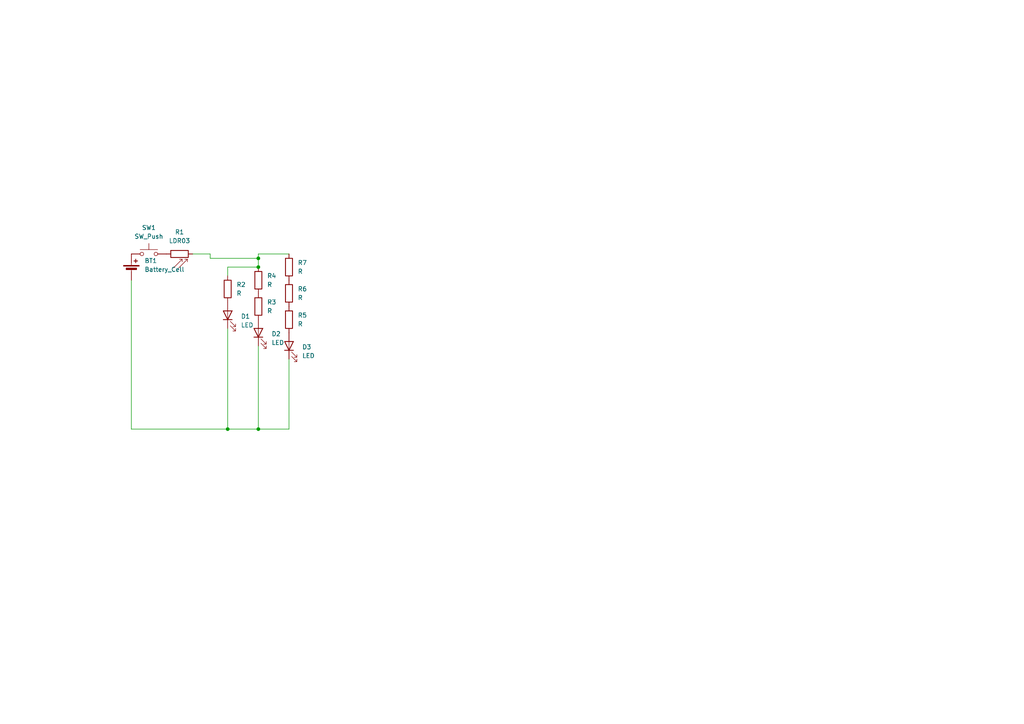
<source format=kicad_sch>
(kicad_sch (version 20250114) (generator "eeschema") (generator_version "9.0")
  (paper "A4")
  (lib_symbols
    (symbol "Device:Battery_Cell" (pin_numbers (hide yes)) (pin_names (offset 0) (hide yes))
      (property "Reference" "BT" (at 2.54 2.54 0))
      (property "Value" "Battery_Cell" (at 2.54 0 0))
      (symbol "Battery_Cell_0_1"
        (rectangle (start -2.286 1.778) (end 2.286 1.524) (fill (type outline)))
        (rectangle (start -1.524 1.016) (end 1.524 0.508) (fill (type outline)))
        (polyline (pts (xy 0 1.778) (xy 0 2.54)))
        (polyline (pts (xy 0 0.762) (xy 0 0)))
        (polyline (pts (xy 0.762 3.048) (xy 1.778 3.048)) (stroke (width 0.254)))
        (polyline (pts (xy 1.27 3.556) (xy 1.27 2.54)) (stroke (width 0.254)))
      )
      (symbol "Battery_Cell_1_1"
        (pin passive line (at 0 5.08 270) (length 2.54) (name "+") (number "1"))
        (pin passive line (at 0 -2.54 90) (length 2.54) (name "-") (number "2"))
      )
    )
    (symbol "Device:LED" (pin_numbers (hide yes)) (pin_names (offset 1.016) (hide yes))
      (property "Reference" "D" (at 0 2.54 0))
      (property "Value" "LED" (at 0 -2.54 0))
      (symbol "LED_0_1"
        (polyline (pts (xy -3.048 -0.762) (xy -4.572 -2.286) (xy -3.81 -2.286) (xy -4.572 -2.286) (xy -4.572 -1.524)))
        (polyline (pts (xy -1.778 -0.762) (xy -3.302 -2.286) (xy -2.54 -2.286) (xy -3.302 -2.286) (xy -3.302 -1.524)))
        (polyline (pts (xy -1.27 0) (xy 1.27 0)))
        (polyline (pts (xy -1.27 -1.27) (xy -1.27 1.27)) (stroke (width 0.254)))
        (polyline (pts (xy 1.27 -1.27) (xy 1.27 1.27) (xy -1.27 0) (xy 1.27 -1.27)) (stroke (width 0.254)))
      )
      (symbol "LED_1_1"
        (pin passive line (at -3.81 0 0) (length 2.54) (name "K") (number "1"))
        (pin passive line (at 3.81 0 180) (length 2.54) (name "A") (number "2"))
      )
    )
    (symbol "Device:R" (pin_numbers (hide yes)) (pin_names (offset 0))
      (property "Reference" "R" (at 2.032 0 90))
      (property "Value" "R" (at 0 0 90))
      (symbol "R_0_1"
        (rectangle (start -1.016 -2.54) (end 1.016 2.54) (stroke (width 0.254)))
      )
      (symbol "R_1_1"
        (pin passive line (at 0 3.81 270) (length 1.27) (name "~") (number "1"))
        (pin passive line (at 0 -3.81 90) (length 1.27) (name "~") (number "2"))
      )
    )
    (symbol "Sensor_Optical:LDR03" (pin_numbers (hide yes)) (pin_names (offset 0))
      (property "Reference" "R" (at -5.08 0 90))
      (property "Value" "LDR03" (at 1.905 0 90))
      (symbol "LDR03_0_1"
        (polyline (pts (xy -1.524 -0.762) (xy -4.064 1.778)))
        (polyline (pts (xy -1.524 -0.762) (xy -2.286 -0.762)))
        (polyline (pts (xy -1.524 -0.762) (xy -1.524 0)))
        (polyline (pts (xy -1.524 -2.286) (xy -4.064 0.254)))
        (polyline (pts (xy -1.524 -2.286) (xy -2.286 -2.286)))
        (polyline (pts (xy -1.524 -2.286) (xy -1.524 -1.524)))
        (rectangle (start -1.016 2.54) (end 1.016 -2.54) (stroke (width 0.254)))
      )
      (symbol "LDR03_1_1"
        (pin passive line (at 0 3.81 270) (length 1.27) (name "~") (number "1"))
        (pin passive line (at 0 -3.81 90) (length 1.27) (name "~") (number "2"))
      )
    )
    (symbol "Switch:SW_Push" (pin_numbers (hide yes)) (pin_names (offset 1.016) (hide yes))
      (property "Reference" "SW" (at 1.27 2.54 0))
      (property "Value" "SW_Push" (at 0 -1.524 0))
      (symbol "SW_Push_0_1"
        (circle (center -2.032 0) (radius 0.508))
        (polyline (pts (xy 0 1.27) (xy 0 3.048)))
        (circle (center 2.032 0) (radius 0.508))
        (polyline (pts (xy 2.54 1.27) (xy -2.54 1.27)))
        (pin passive line (at -5.08 0 0) (length 2.54) (name "1") (number "1"))
        (pin passive line (at 5.08 0 180) (length 2.54) (name "2") (number "2"))
      )
    )
  )
  (junction (at 66.04 124.46))
  (junction (at 74.93 77.47))
  (junction (at 74.93 124.46))
  (junction (at 74.93 74.93))
  (wire (pts (xy 66.04 80.01) (xy 66.04 77.47)))
  (wire (pts (xy 74.93 73.66) (xy 83.82 73.66)))
  (wire (pts (xy 74.93 77.47) (xy 74.93 74.93)))
  (wire (pts (xy 60.96 73.66) (xy 60.96 74.93)))
  (wire (pts (xy 74.93 74.93) (xy 60.96 74.93)))
  (wire (pts (xy 55.88 73.66) (xy 60.96 73.66)))
  (wire (pts (xy 38.1 124.46) (xy 38.1 81.28)))
  (wire (pts (xy 66.04 77.47) (xy 74.93 77.47)))
  (wire (pts (xy 74.93 74.93) (xy 74.93 73.66)))
  (wire (pts (xy 66.04 95.25) (xy 66.04 124.46)))
  (wire (pts (xy 38.1 124.46) (xy 66.04 124.46)))
  (wire (pts (xy 74.93 100.33) (xy 74.93 124.46)))
  (wire (pts (xy 83.82 104.14) (xy 83.82 124.46)))
  (wire (pts (xy 66.04 124.46) (xy 74.93 124.46)))
  (wire (pts (xy 74.93 124.46) (xy 83.82 124.46)))
  (symbol (lib_id "Device:LED") (at 74.93 96.52 90) (unit 1)
    (property "Reference" "D2" (at 78.74 96.8374 90) (effects (justify right)))
    (property "Value" "LED" (at 78.74 99.3774 90) (effects (justify right)))
    (property "Footprint" "LED_THT:LED_D5.0mm" (effects (hide yes)))
    (property "Description" "Light emitting diode" (effects (hide yes)))
    (property "Sim.Pins" "1=K 2=A" (effects (hide yes)))
  )
  (symbol (lib_id "Device:R") (at 83.82 77.47 0) (unit 1)
    (property "Reference" "R7" (at 86.36 76.1999 0) (effects (justify left)))
    (property "Value" "R" (at 86.36 78.7399 0) (effects (justify left)))
    (property "Footprint" "Resistor_THT:R_Axial_DIN0207_L6.3mm_D2.5mm_P7.62mm_Horizontal" (effects (hide yes)))
    (property "Description" "Resistor" (effects (hide yes)))
  )
  (symbol (lib_id "Device:R") (at 74.93 81.28 0) (unit 1)
    (property "Reference" "R4" (at 77.47 80.0099 0) (effects (justify left)))
    (property "Value" "R" (at 77.47 82.5499 0) (effects (justify left)))
    (property "Footprint" "Resistor_THT:R_Axial_DIN0207_L6.3mm_D2.5mm_P7.62mm_Horizontal" (effects (hide yes)))
    (property "Description" "Resistor" (effects (hide yes)))
  )
  (symbol (lib_id "Device:R") (at 83.82 85.09 0) (unit 1)
    (property "Reference" "R6" (at 86.36 83.8199 0) (effects (justify left)))
    (property "Value" "R" (at 86.36 86.3599 0) (effects (justify left)))
    (property "Footprint" "Resistor_THT:R_Axial_DIN0207_L6.3mm_D2.5mm_P7.62mm_Horizontal" (effects (hide yes)))
    (property "Description" "Resistor" (effects (hide yes)))
  )
  (symbol (lib_id "Switch:SW_Push") (at 43.18 73.66 0) (unit 1)
    (property "Reference" "SW1" (at 43.18 66.04 0))
    (property "Value" "SW_Push" (at 43.18 68.58 0))
    (property "Footprint" "Button_Switch_THT:SW_PUSH_6mm" (effects (hide yes)))
    (property "Description" "Push button switch, generic, two pins" (effects (hide yes)))
  )
  (symbol (lib_id "Device:R") (at 66.04 83.82 0) (unit 1)
    (property "Reference" "R2" (at 68.58 82.5499 0) (effects (justify left)))
    (property "Value" "R" (at 68.58 85.0899 0) (effects (justify left)))
    (property "Footprint" "Resistor_THT:R_Axial_DIN0207_L6.3mm_D2.5mm_P7.62mm_Horizontal" (effects (hide yes)))
    (property "Description" "Resistor" (effects (hide yes)))
  )
  (symbol (lib_id "Device:Battery_Cell") (at 38.1 78.74 0) (unit 1)
    (property "Reference" "BT1" (at 41.91 75.6284 0) (effects (justify left)))
    (property "Value" "Battery_Cell" (at 41.91 78.1684 0) (effects (justify left)))
    (property "Footprint" "Battery:BatteryHolder_Keystone_3034_1x20mm" (effects (hide yes)))
    (property "Description" "Single-cell battery" (effects (hide yes)))
  )
  (symbol (lib_id "Sensor_Optical:LDR03") (at 52.07 73.66 90) (unit 1)
    (property "Reference" "R1" (at 52.07 67.31 90))
    (property "Value" "LDR03" (at 52.07 69.85 90))
    (property "Footprint" "OptoDevice:R_LDR_5.1x4.3mm_P3.4mm_Vertical" (effects (hide yes)))
    (property "Datasheet" "http://www.elektronica-componenten.nl/WebRoot/StoreNL/Shops/61422969/54F1/BA0C/C664/31B9/2173/C0A8/2AB9/2AEF/LDR03IMP.pdf" (effects (hide yes)))
    (property "Description" "light dependent resistor" (effects (hide yes)))
  )
  (symbol (lib_id "Device:R") (at 74.93 88.9 0) (unit 1)
    (property "Reference" "R3" (at 77.47 87.6299 0) (effects (justify left)))
    (property "Value" "R" (at 77.47 90.1699 0) (effects (justify left)))
    (property "Footprint" "Resistor_THT:R_Axial_DIN0207_L6.3mm_D2.5mm_P7.62mm_Horizontal" (effects (hide yes)))
    (property "Description" "Resistor" (effects (hide yes)))
  )
  (symbol (lib_id "Device:LED") (at 66.04 91.44 90) (unit 1)
    (property "Reference" "D1" (at 69.85 91.7574 90) (effects (justify right)))
    (property "Value" "LED" (at 69.85 94.2974 90) (effects (justify right)))
    (property "Footprint" "LED_THT:LED_D5.0mm" (effects (hide yes)))
    (property "Description" "Light emitting diode" (effects (hide yes)))
    (property "Sim.Pins" "1=K 2=A" (effects (hide yes)))
  )
  (symbol (lib_id "Device:LED") (at 83.82 100.33 90) (unit 1)
    (property "Reference" "D3" (at 87.63 100.6474 90) (effects (justify right)))
    (property "Value" "LED" (at 87.63 103.1874 90) (effects (justify right)))
    (property "Footprint" "LED_THT:LED_D5.0mm" (effects (hide yes)))
    (property "Description" "Light emitting diode" (effects (hide yes)))
    (property "Sim.Pins" "1=K 2=A" (effects (hide yes)))
  )
  (symbol (lib_id "Device:R") (at 83.82 92.71 0) (unit 1)
    (property "Reference" "R5" (at 86.36 91.4399 0) (effects (justify left)))
    (property "Value" "R" (at 86.36 93.9799 0) (effects (justify left)))
    (property "Footprint" "Resistor_THT:R_Axial_DIN0207_L6.3mm_D2.5mm_P7.62mm_Horizontal" (effects (hide yes)))
    (property "Description" "Resistor" (effects (hide yes)))
  )
)
</source>
